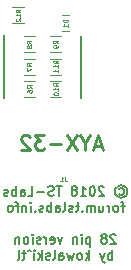
<source format=gbo>
G04 #@! TF.GenerationSoftware,KiCad,Pcbnew,(5.1.2-1)-1*
G04 #@! TF.CreationDate,2019-06-12T16:50:37+03:00*
G04 #@! TF.ProjectId,ayx,6179782e-6b69-4636-9164-5f7063625858,rev?*
G04 #@! TF.SameCoordinates,Original*
G04 #@! TF.FileFunction,Legend,Bot*
G04 #@! TF.FilePolarity,Positive*
%FSLAX46Y46*%
G04 Gerber Fmt 4.6, Leading zero omitted, Abs format (unit mm)*
G04 Created by KiCad (PCBNEW (5.1.2-1)-1) date 2019-06-12 16:50:37*
%MOMM*%
%LPD*%
G04 APERTURE LIST*
%ADD10C,0.200000*%
%ADD11C,0.150000*%
%ADD12C,0.250000*%
%ADD13C,0.120000*%
%ADD14C,0.100000*%
%ADD15R,2.000000X2.000000*%
%ADD16O,2.000000X2.000000*%
%ADD17R,0.900000X1.300000*%
%ADD18R,1.600000X1.300000*%
%ADD19O,2.100000X2.100000*%
%ADD20R,2.100000X2.100000*%
%ADD21O,1.750000X1.750000*%
%ADD22R,1.750000X1.750000*%
%ADD23R,1.600000X1.600000*%
%ADD24C,1.400000*%
G04 APERTURE END LIST*
D10*
X149275800Y-93192600D02*
X149275800Y-87934800D01*
D11*
X152247066Y-104804895D02*
X152208971Y-104766800D01*
X152132780Y-104728704D01*
X151942304Y-104728704D01*
X151866114Y-104766800D01*
X151828019Y-104804895D01*
X151789923Y-104881085D01*
X151789923Y-104957276D01*
X151828019Y-105071561D01*
X152285161Y-105528704D01*
X151789923Y-105528704D01*
X151332780Y-105071561D02*
X151408971Y-105033466D01*
X151447066Y-104995371D01*
X151485161Y-104919180D01*
X151485161Y-104881085D01*
X151447066Y-104804895D01*
X151408971Y-104766800D01*
X151332780Y-104728704D01*
X151180400Y-104728704D01*
X151104209Y-104766800D01*
X151066114Y-104804895D01*
X151028019Y-104881085D01*
X151028019Y-104919180D01*
X151066114Y-104995371D01*
X151104209Y-105033466D01*
X151180400Y-105071561D01*
X151332780Y-105071561D01*
X151408971Y-105109657D01*
X151447066Y-105147752D01*
X151485161Y-105223942D01*
X151485161Y-105376323D01*
X151447066Y-105452514D01*
X151408971Y-105490609D01*
X151332780Y-105528704D01*
X151180400Y-105528704D01*
X151104209Y-105490609D01*
X151066114Y-105452514D01*
X151028019Y-105376323D01*
X151028019Y-105223942D01*
X151066114Y-105147752D01*
X151104209Y-105109657D01*
X151180400Y-105071561D01*
X150075638Y-104995371D02*
X150075638Y-105795371D01*
X150075638Y-105033466D02*
X149999447Y-104995371D01*
X149847066Y-104995371D01*
X149770876Y-105033466D01*
X149732780Y-105071561D01*
X149694685Y-105147752D01*
X149694685Y-105376323D01*
X149732780Y-105452514D01*
X149770876Y-105490609D01*
X149847066Y-105528704D01*
X149999447Y-105528704D01*
X150075638Y-105490609D01*
X149351828Y-105528704D02*
X149351828Y-104995371D01*
X149351828Y-104728704D02*
X149389923Y-104766800D01*
X149351828Y-104804895D01*
X149313733Y-104766800D01*
X149351828Y-104728704D01*
X149351828Y-104804895D01*
X148970876Y-104995371D02*
X148970876Y-105528704D01*
X148970876Y-105071561D02*
X148932780Y-105033466D01*
X148856590Y-104995371D01*
X148742304Y-104995371D01*
X148666114Y-105033466D01*
X148628019Y-105109657D01*
X148628019Y-105528704D01*
X147713733Y-104995371D02*
X147523257Y-105528704D01*
X147332780Y-104995371D01*
X146723257Y-105490609D02*
X146799447Y-105528704D01*
X146951828Y-105528704D01*
X147028019Y-105490609D01*
X147066114Y-105414419D01*
X147066114Y-105109657D01*
X147028019Y-105033466D01*
X146951828Y-104995371D01*
X146799447Y-104995371D01*
X146723257Y-105033466D01*
X146685161Y-105109657D01*
X146685161Y-105185847D01*
X147066114Y-105262038D01*
X146342304Y-105528704D02*
X146342304Y-104995371D01*
X146342304Y-105147752D02*
X146304209Y-105071561D01*
X146266114Y-105033466D01*
X146189923Y-104995371D01*
X146113733Y-104995371D01*
X145885161Y-105490609D02*
X145808971Y-105528704D01*
X145656590Y-105528704D01*
X145580400Y-105490609D01*
X145542304Y-105414419D01*
X145542304Y-105376323D01*
X145580400Y-105300133D01*
X145656590Y-105262038D01*
X145770876Y-105262038D01*
X145847066Y-105223942D01*
X145885161Y-105147752D01*
X145885161Y-105109657D01*
X145847066Y-105033466D01*
X145770876Y-104995371D01*
X145656590Y-104995371D01*
X145580400Y-105033466D01*
X145199447Y-105528704D02*
X145199447Y-104995371D01*
X145199447Y-104728704D02*
X145237542Y-104766800D01*
X145199447Y-104804895D01*
X145161352Y-104766800D01*
X145199447Y-104728704D01*
X145199447Y-104804895D01*
X144704209Y-105528704D02*
X144780400Y-105490609D01*
X144818495Y-105452514D01*
X144856590Y-105376323D01*
X144856590Y-105147752D01*
X144818495Y-105071561D01*
X144780400Y-105033466D01*
X144704209Y-104995371D01*
X144589923Y-104995371D01*
X144513733Y-105033466D01*
X144475638Y-105071561D01*
X144437542Y-105147752D01*
X144437542Y-105376323D01*
X144475638Y-105452514D01*
X144513733Y-105490609D01*
X144589923Y-105528704D01*
X144704209Y-105528704D01*
X144094685Y-104995371D02*
X144094685Y-105528704D01*
X144094685Y-105071561D02*
X144056590Y-105033466D01*
X143980400Y-104995371D01*
X143866114Y-104995371D01*
X143789923Y-105033466D01*
X143751828Y-105109657D01*
X143751828Y-105528704D01*
X151942304Y-106878704D02*
X151942304Y-106078704D01*
X151942304Y-106383466D02*
X151866114Y-106345371D01*
X151713733Y-106345371D01*
X151637542Y-106383466D01*
X151599447Y-106421561D01*
X151561352Y-106497752D01*
X151561352Y-106726323D01*
X151599447Y-106802514D01*
X151637542Y-106840609D01*
X151713733Y-106878704D01*
X151866114Y-106878704D01*
X151942304Y-106840609D01*
X151294685Y-106345371D02*
X151104209Y-106878704D01*
X150913733Y-106345371D02*
X151104209Y-106878704D01*
X151180400Y-107069180D01*
X151218495Y-107107276D01*
X151294685Y-107145371D01*
X149999447Y-106878704D02*
X149999447Y-106078704D01*
X149923257Y-106573942D02*
X149694685Y-106878704D01*
X149694685Y-106345371D02*
X149999447Y-106650133D01*
X149237542Y-106878704D02*
X149313733Y-106840609D01*
X149351828Y-106802514D01*
X149389923Y-106726323D01*
X149389923Y-106497752D01*
X149351828Y-106421561D01*
X149313733Y-106383466D01*
X149237542Y-106345371D01*
X149123257Y-106345371D01*
X149047066Y-106383466D01*
X149008971Y-106421561D01*
X148970876Y-106497752D01*
X148970876Y-106726323D01*
X149008971Y-106802514D01*
X149047066Y-106840609D01*
X149123257Y-106878704D01*
X149237542Y-106878704D01*
X148704209Y-106345371D02*
X148551828Y-106878704D01*
X148399447Y-106497752D01*
X148247066Y-106878704D01*
X148094685Y-106345371D01*
X147447066Y-106878704D02*
X147447066Y-106459657D01*
X147485161Y-106383466D01*
X147561352Y-106345371D01*
X147713733Y-106345371D01*
X147789923Y-106383466D01*
X147447066Y-106840609D02*
X147523257Y-106878704D01*
X147713733Y-106878704D01*
X147789923Y-106840609D01*
X147828019Y-106764419D01*
X147828019Y-106688228D01*
X147789923Y-106612038D01*
X147713733Y-106573942D01*
X147523257Y-106573942D01*
X147447066Y-106535847D01*
X146951828Y-106878704D02*
X147028019Y-106840609D01*
X147066114Y-106764419D01*
X147066114Y-106078704D01*
X146685161Y-106840609D02*
X146608971Y-106878704D01*
X146456590Y-106878704D01*
X146380400Y-106840609D01*
X146342304Y-106764419D01*
X146342304Y-106726323D01*
X146380400Y-106650133D01*
X146456590Y-106612038D01*
X146570876Y-106612038D01*
X146647066Y-106573942D01*
X146685161Y-106497752D01*
X146685161Y-106459657D01*
X146647066Y-106383466D01*
X146570876Y-106345371D01*
X146456590Y-106345371D01*
X146380400Y-106383466D01*
X145999447Y-106878704D02*
X145999447Y-106078704D01*
X145923257Y-106573942D02*
X145694685Y-106878704D01*
X145694685Y-106345371D02*
X145999447Y-106650133D01*
X145351828Y-106878704D02*
X145351828Y-106345371D01*
X145351828Y-106078704D02*
X145389923Y-106116800D01*
X145351828Y-106154895D01*
X145313733Y-106116800D01*
X145351828Y-106078704D01*
X145351828Y-106154895D01*
X145085161Y-106154895D02*
X144932780Y-106040609D01*
X144780400Y-106154895D01*
X144628019Y-106345371D02*
X144323257Y-106345371D01*
X144513733Y-106078704D02*
X144513733Y-106764419D01*
X144475638Y-106840609D01*
X144399447Y-106878704D01*
X144323257Y-106878704D01*
X143942304Y-106878704D02*
X144018495Y-106840609D01*
X144056590Y-106764419D01*
X144056590Y-106078704D01*
X152539133Y-100880580D02*
X152615323Y-100842485D01*
X152767704Y-100842485D01*
X152843895Y-100880580D01*
X152920085Y-100956771D01*
X152958180Y-101032961D01*
X152958180Y-101185342D01*
X152920085Y-101261533D01*
X152843895Y-101337723D01*
X152767704Y-101375819D01*
X152615323Y-101375819D01*
X152539133Y-101337723D01*
X152691514Y-100575819D02*
X152881990Y-100613914D01*
X153072466Y-100728200D01*
X153186752Y-100918676D01*
X153224847Y-101109152D01*
X153186752Y-101299628D01*
X153072466Y-101490104D01*
X152881990Y-101604390D01*
X152691514Y-101642485D01*
X152501038Y-101604390D01*
X152310561Y-101490104D01*
X152196276Y-101299628D01*
X152158180Y-101109152D01*
X152196276Y-100918676D01*
X152310561Y-100728200D01*
X152501038Y-100613914D01*
X152691514Y-100575819D01*
X151243895Y-100766295D02*
X151205800Y-100728200D01*
X151129609Y-100690104D01*
X150939133Y-100690104D01*
X150862942Y-100728200D01*
X150824847Y-100766295D01*
X150786752Y-100842485D01*
X150786752Y-100918676D01*
X150824847Y-101032961D01*
X151281990Y-101490104D01*
X150786752Y-101490104D01*
X150291514Y-100690104D02*
X150215323Y-100690104D01*
X150139133Y-100728200D01*
X150101038Y-100766295D01*
X150062942Y-100842485D01*
X150024847Y-100994866D01*
X150024847Y-101185342D01*
X150062942Y-101337723D01*
X150101038Y-101413914D01*
X150139133Y-101452009D01*
X150215323Y-101490104D01*
X150291514Y-101490104D01*
X150367704Y-101452009D01*
X150405800Y-101413914D01*
X150443895Y-101337723D01*
X150481990Y-101185342D01*
X150481990Y-100994866D01*
X150443895Y-100842485D01*
X150405800Y-100766295D01*
X150367704Y-100728200D01*
X150291514Y-100690104D01*
X149262942Y-101490104D02*
X149720085Y-101490104D01*
X149491514Y-101490104D02*
X149491514Y-100690104D01*
X149567704Y-100804390D01*
X149643895Y-100880580D01*
X149720085Y-100918676D01*
X148805800Y-101032961D02*
X148881990Y-100994866D01*
X148920085Y-100956771D01*
X148958180Y-100880580D01*
X148958180Y-100842485D01*
X148920085Y-100766295D01*
X148881990Y-100728200D01*
X148805800Y-100690104D01*
X148653419Y-100690104D01*
X148577228Y-100728200D01*
X148539133Y-100766295D01*
X148501038Y-100842485D01*
X148501038Y-100880580D01*
X148539133Y-100956771D01*
X148577228Y-100994866D01*
X148653419Y-101032961D01*
X148805800Y-101032961D01*
X148881990Y-101071057D01*
X148920085Y-101109152D01*
X148958180Y-101185342D01*
X148958180Y-101337723D01*
X148920085Y-101413914D01*
X148881990Y-101452009D01*
X148805800Y-101490104D01*
X148653419Y-101490104D01*
X148577228Y-101452009D01*
X148539133Y-101413914D01*
X148501038Y-101337723D01*
X148501038Y-101185342D01*
X148539133Y-101109152D01*
X148577228Y-101071057D01*
X148653419Y-101032961D01*
X147662942Y-100690104D02*
X147205800Y-100690104D01*
X147434371Y-101490104D02*
X147434371Y-100690104D01*
X146977228Y-101452009D02*
X146862942Y-101490104D01*
X146672466Y-101490104D01*
X146596276Y-101452009D01*
X146558180Y-101413914D01*
X146520085Y-101337723D01*
X146520085Y-101261533D01*
X146558180Y-101185342D01*
X146596276Y-101147247D01*
X146672466Y-101109152D01*
X146824847Y-101071057D01*
X146901038Y-101032961D01*
X146939133Y-100994866D01*
X146977228Y-100918676D01*
X146977228Y-100842485D01*
X146939133Y-100766295D01*
X146901038Y-100728200D01*
X146824847Y-100690104D01*
X146634371Y-100690104D01*
X146520085Y-100728200D01*
X146177228Y-101185342D02*
X145567704Y-101185342D01*
X144805800Y-101490104D02*
X145186752Y-101490104D01*
X145186752Y-100690104D01*
X144196276Y-101490104D02*
X144196276Y-101071057D01*
X144234371Y-100994866D01*
X144310561Y-100956771D01*
X144462942Y-100956771D01*
X144539133Y-100994866D01*
X144196276Y-101452009D02*
X144272466Y-101490104D01*
X144462942Y-101490104D01*
X144539133Y-101452009D01*
X144577228Y-101375819D01*
X144577228Y-101299628D01*
X144539133Y-101223438D01*
X144462942Y-101185342D01*
X144272466Y-101185342D01*
X144196276Y-101147247D01*
X143815323Y-101490104D02*
X143815323Y-100690104D01*
X143815323Y-100994866D02*
X143739133Y-100956771D01*
X143586752Y-100956771D01*
X143510561Y-100994866D01*
X143472466Y-101032961D01*
X143434371Y-101109152D01*
X143434371Y-101337723D01*
X143472466Y-101413914D01*
X143510561Y-101452009D01*
X143586752Y-101490104D01*
X143739133Y-101490104D01*
X143815323Y-101452009D01*
X143129609Y-101452009D02*
X143053419Y-101490104D01*
X142901038Y-101490104D01*
X142824847Y-101452009D01*
X142786752Y-101375819D01*
X142786752Y-101337723D01*
X142824847Y-101261533D01*
X142901038Y-101223438D01*
X143015323Y-101223438D01*
X143091514Y-101185342D01*
X143129609Y-101109152D01*
X143129609Y-101071057D01*
X143091514Y-100994866D01*
X143015323Y-100956771D01*
X142901038Y-100956771D01*
X142824847Y-100994866D01*
X152996276Y-102306771D02*
X152691514Y-102306771D01*
X152881990Y-102840104D02*
X152881990Y-102154390D01*
X152843895Y-102078200D01*
X152767704Y-102040104D01*
X152691514Y-102040104D01*
X152310561Y-102840104D02*
X152386752Y-102802009D01*
X152424847Y-102763914D01*
X152462942Y-102687723D01*
X152462942Y-102459152D01*
X152424847Y-102382961D01*
X152386752Y-102344866D01*
X152310561Y-102306771D01*
X152196276Y-102306771D01*
X152120085Y-102344866D01*
X152081990Y-102382961D01*
X152043895Y-102459152D01*
X152043895Y-102687723D01*
X152081990Y-102763914D01*
X152120085Y-102802009D01*
X152196276Y-102840104D01*
X152310561Y-102840104D01*
X151701038Y-102840104D02*
X151701038Y-102306771D01*
X151701038Y-102459152D02*
X151662942Y-102382961D01*
X151624847Y-102344866D01*
X151548657Y-102306771D01*
X151472466Y-102306771D01*
X150862942Y-102306771D02*
X150862942Y-102840104D01*
X151205800Y-102306771D02*
X151205800Y-102725819D01*
X151167704Y-102802009D01*
X151091514Y-102840104D01*
X150977228Y-102840104D01*
X150901038Y-102802009D01*
X150862942Y-102763914D01*
X150481990Y-102840104D02*
X150481990Y-102306771D01*
X150481990Y-102382961D02*
X150443895Y-102344866D01*
X150367704Y-102306771D01*
X150253419Y-102306771D01*
X150177228Y-102344866D01*
X150139133Y-102421057D01*
X150139133Y-102840104D01*
X150139133Y-102421057D02*
X150101038Y-102344866D01*
X150024847Y-102306771D01*
X149910561Y-102306771D01*
X149834371Y-102344866D01*
X149796276Y-102421057D01*
X149796276Y-102840104D01*
X149415323Y-102763914D02*
X149377228Y-102802009D01*
X149415323Y-102840104D01*
X149453419Y-102802009D01*
X149415323Y-102763914D01*
X149415323Y-102840104D01*
X149148657Y-102306771D02*
X148843895Y-102306771D01*
X149034371Y-102040104D02*
X149034371Y-102725819D01*
X148996276Y-102802009D01*
X148920085Y-102840104D01*
X148843895Y-102840104D01*
X148615323Y-102802009D02*
X148539133Y-102840104D01*
X148386752Y-102840104D01*
X148310561Y-102802009D01*
X148272466Y-102725819D01*
X148272466Y-102687723D01*
X148310561Y-102611533D01*
X148386752Y-102573438D01*
X148501038Y-102573438D01*
X148577228Y-102535342D01*
X148615323Y-102459152D01*
X148615323Y-102421057D01*
X148577228Y-102344866D01*
X148501038Y-102306771D01*
X148386752Y-102306771D01*
X148310561Y-102344866D01*
X147815323Y-102840104D02*
X147891514Y-102802009D01*
X147929609Y-102725819D01*
X147929609Y-102040104D01*
X147167704Y-102840104D02*
X147167704Y-102421057D01*
X147205800Y-102344866D01*
X147281990Y-102306771D01*
X147434371Y-102306771D01*
X147510561Y-102344866D01*
X147167704Y-102802009D02*
X147243895Y-102840104D01*
X147434371Y-102840104D01*
X147510561Y-102802009D01*
X147548657Y-102725819D01*
X147548657Y-102649628D01*
X147510561Y-102573438D01*
X147434371Y-102535342D01*
X147243895Y-102535342D01*
X147167704Y-102497247D01*
X146786752Y-102840104D02*
X146786752Y-102040104D01*
X146786752Y-102344866D02*
X146710561Y-102306771D01*
X146558180Y-102306771D01*
X146481990Y-102344866D01*
X146443895Y-102382961D01*
X146405800Y-102459152D01*
X146405800Y-102687723D01*
X146443895Y-102763914D01*
X146481990Y-102802009D01*
X146558180Y-102840104D01*
X146710561Y-102840104D01*
X146786752Y-102802009D01*
X146101038Y-102802009D02*
X146024847Y-102840104D01*
X145872466Y-102840104D01*
X145796276Y-102802009D01*
X145758180Y-102725819D01*
X145758180Y-102687723D01*
X145796276Y-102611533D01*
X145872466Y-102573438D01*
X145986752Y-102573438D01*
X146062942Y-102535342D01*
X146101038Y-102459152D01*
X146101038Y-102421057D01*
X146062942Y-102344866D01*
X145986752Y-102306771D01*
X145872466Y-102306771D01*
X145796276Y-102344866D01*
X145415323Y-102763914D02*
X145377228Y-102802009D01*
X145415323Y-102840104D01*
X145453419Y-102802009D01*
X145415323Y-102763914D01*
X145415323Y-102840104D01*
X145034371Y-102840104D02*
X145034371Y-102306771D01*
X145034371Y-102040104D02*
X145072466Y-102078200D01*
X145034371Y-102116295D01*
X144996276Y-102078200D01*
X145034371Y-102040104D01*
X145034371Y-102116295D01*
X144653419Y-102306771D02*
X144653419Y-102840104D01*
X144653419Y-102382961D02*
X144615323Y-102344866D01*
X144539133Y-102306771D01*
X144424847Y-102306771D01*
X144348657Y-102344866D01*
X144310561Y-102421057D01*
X144310561Y-102840104D01*
X144043895Y-102306771D02*
X143739133Y-102306771D01*
X143929609Y-102840104D02*
X143929609Y-102154390D01*
X143891514Y-102078200D01*
X143815323Y-102040104D01*
X143739133Y-102040104D01*
X143358180Y-102840104D02*
X143434371Y-102802009D01*
X143472466Y-102763914D01*
X143510561Y-102687723D01*
X143510561Y-102459152D01*
X143472466Y-102382961D01*
X143434371Y-102344866D01*
X143358180Y-102306771D01*
X143243895Y-102306771D01*
X143167704Y-102344866D01*
X143129609Y-102382961D01*
X143091514Y-102459152D01*
X143091514Y-102687723D01*
X143129609Y-102763914D01*
X143167704Y-102802009D01*
X143243895Y-102840104D01*
X143358180Y-102840104D01*
D12*
X151017657Y-97236333D02*
X150422419Y-97236333D01*
X151136704Y-97593476D02*
X150720038Y-96343476D01*
X150303371Y-97593476D01*
X149648609Y-96998238D02*
X149648609Y-97593476D01*
X150065276Y-96343476D02*
X149648609Y-96998238D01*
X149231942Y-96343476D01*
X148934323Y-96343476D02*
X148100990Y-97593476D01*
X148100990Y-96343476D02*
X148934323Y-97593476D01*
X147624800Y-97117285D02*
X146672419Y-97117285D01*
X146196228Y-96343476D02*
X145422419Y-96343476D01*
X145839085Y-96819666D01*
X145660514Y-96819666D01*
X145541466Y-96879190D01*
X145481942Y-96938714D01*
X145422419Y-97057761D01*
X145422419Y-97355380D01*
X145481942Y-97474428D01*
X145541466Y-97533952D01*
X145660514Y-97593476D01*
X146017657Y-97593476D01*
X146136704Y-97533952D01*
X146196228Y-97474428D01*
X144946228Y-96462523D02*
X144886704Y-96403000D01*
X144767657Y-96343476D01*
X144470038Y-96343476D01*
X144350990Y-96403000D01*
X144291466Y-96462523D01*
X144231942Y-96581571D01*
X144231942Y-96700619D01*
X144291466Y-96879190D01*
X145005752Y-97593476D01*
X144231942Y-97593476D01*
D10*
X142824200Y-93167200D02*
X142824200Y-87909400D01*
D13*
X146650000Y-89326000D02*
X147650000Y-89326000D01*
X147650000Y-87966000D02*
X146650000Y-87966000D01*
X145450000Y-91776000D02*
X144450000Y-91776000D01*
X144450000Y-93136000D02*
X145450000Y-93136000D01*
X145450000Y-89871000D02*
X144450000Y-89871000D01*
X144450000Y-91231000D02*
X145450000Y-91231000D01*
X145450000Y-87966000D02*
X144450000Y-87966000D01*
X144450000Y-89326000D02*
X145450000Y-89326000D01*
X146650000Y-93136000D02*
X147650000Y-93136000D01*
X147650000Y-91776000D02*
X146650000Y-91776000D01*
X146650000Y-91231000D02*
X147650000Y-91231000D01*
X147650000Y-89871000D02*
X146650000Y-89871000D01*
X149800000Y-86168000D02*
X147000000Y-86168000D01*
X149800000Y-87568000D02*
X147000000Y-87568000D01*
X149800000Y-86168000D02*
X149800000Y-87568000D01*
X143500000Y-86880000D02*
X144500000Y-86880000D01*
X144500000Y-85520000D02*
X143500000Y-85520000D01*
D14*
X147961333Y-99856952D02*
X147961333Y-100142666D01*
X147980380Y-100199809D01*
X148018476Y-100237904D01*
X148075619Y-100256952D01*
X148113714Y-100256952D01*
X147561333Y-100256952D02*
X147789904Y-100256952D01*
X147675619Y-100256952D02*
X147675619Y-99856952D01*
X147713714Y-99914095D01*
X147751809Y-99952190D01*
X147789904Y-99971238D01*
X147348552Y-88579333D02*
X147158076Y-88446000D01*
X147348552Y-88350761D02*
X146948552Y-88350761D01*
X146948552Y-88503142D01*
X146967600Y-88541238D01*
X146986647Y-88560285D01*
X147024742Y-88579333D01*
X147081885Y-88579333D01*
X147119980Y-88560285D01*
X147139028Y-88541238D01*
X147158076Y-88503142D01*
X147158076Y-88350761D01*
X147348552Y-88769809D02*
X147348552Y-88846000D01*
X147329504Y-88884095D01*
X147310457Y-88903142D01*
X147253314Y-88941238D01*
X147177123Y-88960285D01*
X147024742Y-88960285D01*
X146986647Y-88941238D01*
X146967600Y-88922190D01*
X146948552Y-88884095D01*
X146948552Y-88807904D01*
X146967600Y-88769809D01*
X146986647Y-88750761D01*
X147024742Y-88731714D01*
X147119980Y-88731714D01*
X147158076Y-88750761D01*
X147177123Y-88769809D01*
X147196171Y-88807904D01*
X147196171Y-88884095D01*
X147177123Y-88922190D01*
X147158076Y-88941238D01*
X147119980Y-88960285D01*
X145138752Y-92363933D02*
X144948276Y-92230600D01*
X145138752Y-92135361D02*
X144738752Y-92135361D01*
X144738752Y-92287742D01*
X144757800Y-92325838D01*
X144776847Y-92344885D01*
X144814942Y-92363933D01*
X144872085Y-92363933D01*
X144910180Y-92344885D01*
X144929228Y-92325838D01*
X144948276Y-92287742D01*
X144948276Y-92135361D01*
X144738752Y-92706790D02*
X144738752Y-92630600D01*
X144757800Y-92592504D01*
X144776847Y-92573457D01*
X144833990Y-92535361D01*
X144910180Y-92516314D01*
X145062561Y-92516314D01*
X145100657Y-92535361D01*
X145119704Y-92554409D01*
X145138752Y-92592504D01*
X145138752Y-92668695D01*
X145119704Y-92706790D01*
X145100657Y-92725838D01*
X145062561Y-92744885D01*
X144967323Y-92744885D01*
X144929228Y-92725838D01*
X144910180Y-92706790D01*
X144891133Y-92668695D01*
X144891133Y-92592504D01*
X144910180Y-92554409D01*
X144929228Y-92535361D01*
X144967323Y-92516314D01*
X145113352Y-90509733D02*
X144922876Y-90376400D01*
X145113352Y-90281161D02*
X144713352Y-90281161D01*
X144713352Y-90433542D01*
X144732400Y-90471638D01*
X144751447Y-90490685D01*
X144789542Y-90509733D01*
X144846685Y-90509733D01*
X144884780Y-90490685D01*
X144903828Y-90471638D01*
X144922876Y-90433542D01*
X144922876Y-90281161D01*
X144713352Y-90643066D02*
X144713352Y-90909733D01*
X145113352Y-90738304D01*
X145113352Y-88604733D02*
X144922876Y-88471400D01*
X145113352Y-88376161D02*
X144713352Y-88376161D01*
X144713352Y-88528542D01*
X144732400Y-88566638D01*
X144751447Y-88585685D01*
X144789542Y-88604733D01*
X144846685Y-88604733D01*
X144884780Y-88585685D01*
X144903828Y-88566638D01*
X144922876Y-88528542D01*
X144922876Y-88376161D01*
X144884780Y-88833304D02*
X144865733Y-88795209D01*
X144846685Y-88776161D01*
X144808590Y-88757114D01*
X144789542Y-88757114D01*
X144751447Y-88776161D01*
X144732400Y-88795209D01*
X144713352Y-88833304D01*
X144713352Y-88909495D01*
X144732400Y-88947590D01*
X144751447Y-88966638D01*
X144789542Y-88985685D01*
X144808590Y-88985685D01*
X144846685Y-88966638D01*
X144865733Y-88947590D01*
X144884780Y-88909495D01*
X144884780Y-88833304D01*
X144903828Y-88795209D01*
X144922876Y-88776161D01*
X144960971Y-88757114D01*
X145037161Y-88757114D01*
X145075257Y-88776161D01*
X145094304Y-88795209D01*
X145113352Y-88833304D01*
X145113352Y-88909495D01*
X145094304Y-88947590D01*
X145075257Y-88966638D01*
X145037161Y-88985685D01*
X144960971Y-88985685D01*
X144922876Y-88966638D01*
X144903828Y-88947590D01*
X144884780Y-88909495D01*
X147373952Y-92198857D02*
X147183476Y-92065523D01*
X147373952Y-91970285D02*
X146973952Y-91970285D01*
X146973952Y-92122666D01*
X146993000Y-92160761D01*
X147012047Y-92179809D01*
X147050142Y-92198857D01*
X147107285Y-92198857D01*
X147145380Y-92179809D01*
X147164428Y-92160761D01*
X147183476Y-92122666D01*
X147183476Y-91970285D01*
X147373952Y-92579809D02*
X147373952Y-92351238D01*
X147373952Y-92465523D02*
X146973952Y-92465523D01*
X147031095Y-92427428D01*
X147069190Y-92389333D01*
X147088238Y-92351238D01*
X146973952Y-92827428D02*
X146973952Y-92865523D01*
X146993000Y-92903619D01*
X147012047Y-92922666D01*
X147050142Y-92941714D01*
X147126333Y-92960761D01*
X147221571Y-92960761D01*
X147297761Y-92941714D01*
X147335857Y-92922666D01*
X147354904Y-92903619D01*
X147373952Y-92865523D01*
X147373952Y-92827428D01*
X147354904Y-92789333D01*
X147335857Y-92770285D01*
X147297761Y-92751238D01*
X147221571Y-92732190D01*
X147126333Y-92732190D01*
X147050142Y-92751238D01*
X147012047Y-92770285D01*
X146993000Y-92789333D01*
X146973952Y-92827428D01*
X147373952Y-90268457D02*
X147183476Y-90135123D01*
X147373952Y-90039885D02*
X146973952Y-90039885D01*
X146973952Y-90192266D01*
X146993000Y-90230361D01*
X147012047Y-90249409D01*
X147050142Y-90268457D01*
X147107285Y-90268457D01*
X147145380Y-90249409D01*
X147164428Y-90230361D01*
X147183476Y-90192266D01*
X147183476Y-90039885D01*
X147373952Y-90649409D02*
X147373952Y-90420838D01*
X147373952Y-90535123D02*
X146973952Y-90535123D01*
X147031095Y-90497028D01*
X147069190Y-90458933D01*
X147088238Y-90420838D01*
X147373952Y-91030361D02*
X147373952Y-90801790D01*
X147373952Y-90916076D02*
X146973952Y-90916076D01*
X147031095Y-90877980D01*
X147069190Y-90839885D01*
X147088238Y-90801790D01*
X148186752Y-86572761D02*
X147786752Y-86572761D01*
X147786752Y-86668000D01*
X147805800Y-86725142D01*
X147843895Y-86763238D01*
X147881990Y-86782285D01*
X147958180Y-86801333D01*
X148015323Y-86801333D01*
X148091514Y-86782285D01*
X148129609Y-86763238D01*
X148167704Y-86725142D01*
X148186752Y-86668000D01*
X148186752Y-86572761D01*
X148186752Y-87182285D02*
X148186752Y-86953714D01*
X148186752Y-87068000D02*
X147786752Y-87068000D01*
X147843895Y-87029904D01*
X147881990Y-86991809D01*
X147901038Y-86953714D01*
X144180952Y-85950457D02*
X143990476Y-85817123D01*
X144180952Y-85721885D02*
X143780952Y-85721885D01*
X143780952Y-85874266D01*
X143800000Y-85912361D01*
X143819047Y-85931409D01*
X143857142Y-85950457D01*
X143914285Y-85950457D01*
X143952380Y-85931409D01*
X143971428Y-85912361D01*
X143990476Y-85874266D01*
X143990476Y-85721885D01*
X144180952Y-86331409D02*
X144180952Y-86102838D01*
X144180952Y-86217123D02*
X143780952Y-86217123D01*
X143838095Y-86179028D01*
X143876190Y-86140933D01*
X143895238Y-86102838D01*
X143819047Y-86483790D02*
X143800000Y-86502838D01*
X143780952Y-86540933D01*
X143780952Y-86636171D01*
X143800000Y-86674266D01*
X143819047Y-86693314D01*
X143857142Y-86712361D01*
X143895238Y-86712361D01*
X143952380Y-86693314D01*
X144180952Y-86464742D01*
X144180952Y-86712361D01*
%LPC*%
D15*
X140335000Y-86360000D03*
D16*
X155575000Y-119380000D03*
X140335000Y-88900000D03*
X155575000Y-116840000D03*
X140335000Y-91440000D03*
X155575000Y-114300000D03*
X140335000Y-93980000D03*
X155575000Y-111760000D03*
X140335000Y-96520000D03*
X155575000Y-109220000D03*
X140335000Y-99060000D03*
X155575000Y-106680000D03*
X140335000Y-101600000D03*
X155575000Y-104140000D03*
X140335000Y-104140000D03*
X155575000Y-101600000D03*
X140335000Y-106680000D03*
X155575000Y-99060000D03*
X140335000Y-109220000D03*
X155575000Y-96520000D03*
X140335000Y-111760000D03*
X155575000Y-93980000D03*
X140335000Y-114300000D03*
X155575000Y-91440000D03*
X140335000Y-116840000D03*
X155575000Y-88900000D03*
X140335000Y-119380000D03*
X155575000Y-86360000D03*
D17*
X148336000Y-99060000D03*
X147320000Y-99060000D03*
D18*
X148250000Y-88646000D03*
X146050000Y-88646000D03*
D19*
X142875000Y-119380000D03*
X145415000Y-119380000D03*
X147955000Y-119380000D03*
X150495000Y-119380000D03*
D20*
X153035000Y-119380000D03*
D18*
X143850000Y-92456000D03*
X146050000Y-92456000D03*
X143850000Y-90551000D03*
X146050000Y-90551000D03*
X143850000Y-88646000D03*
X146050000Y-88646000D03*
X148250000Y-92456000D03*
X146050000Y-92456000D03*
X148250000Y-90551000D03*
X146050000Y-90551000D03*
D21*
X144627600Y-116840000D03*
D22*
X142627600Y-116840000D03*
D23*
X149100000Y-86868000D03*
X146900000Y-86868000D03*
D17*
X144750000Y-86200000D03*
X143250000Y-86200000D03*
D24*
X147218400Y-109575600D03*
X145718400Y-109575600D03*
M02*

</source>
